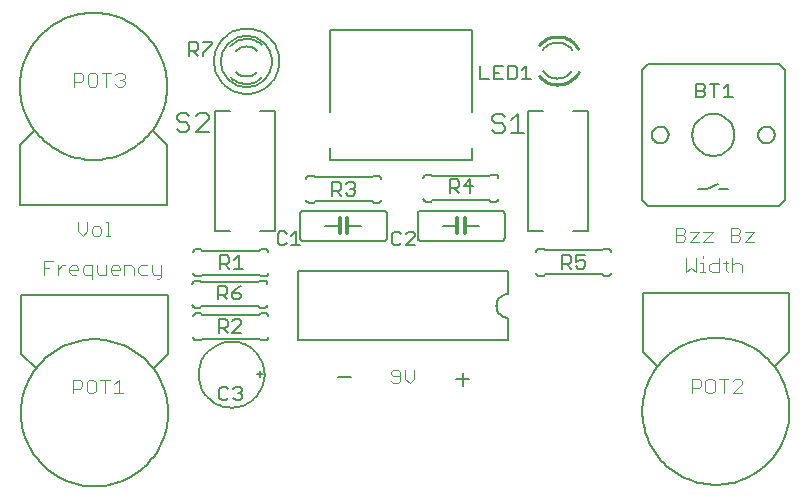
<source format=gto>
G75*
G70*
%OFA0B0*%
%FSLAX24Y24*%
%IPPOS*%
%LPD*%
%AMOC8*
5,1,8,0,0,1.08239X$1,22.5*
%
%ADD10C,0.0060*%
%ADD11C,0.0040*%
%ADD12C,0.0050*%
%ADD13C,0.0120*%
%ADD14C,0.0100*%
%ADD15C,0.0080*%
D10*
X008440Y004521D02*
X008442Y004587D01*
X008448Y004652D01*
X008458Y004717D01*
X008471Y004782D01*
X008489Y004845D01*
X008510Y004908D01*
X008535Y004968D01*
X008564Y005028D01*
X008596Y005085D01*
X008631Y005141D01*
X008670Y005194D01*
X008712Y005245D01*
X008756Y005293D01*
X008804Y005338D01*
X008854Y005381D01*
X008907Y005420D01*
X008962Y005457D01*
X009019Y005490D01*
X009078Y005519D01*
X009138Y005545D01*
X009200Y005567D01*
X009263Y005586D01*
X009327Y005600D01*
X009392Y005611D01*
X009458Y005618D01*
X009524Y005621D01*
X009589Y005620D01*
X009655Y005615D01*
X009720Y005606D01*
X009785Y005593D01*
X009848Y005577D01*
X009911Y005557D01*
X009972Y005532D01*
X010032Y005505D01*
X010090Y005474D01*
X010146Y005439D01*
X010200Y005401D01*
X010251Y005360D01*
X010300Y005316D01*
X010346Y005269D01*
X010390Y005220D01*
X010430Y005168D01*
X010467Y005113D01*
X010501Y005057D01*
X010531Y004998D01*
X010558Y004938D01*
X010581Y004877D01*
X010600Y004814D01*
X010616Y004750D01*
X010628Y004685D01*
X010636Y004620D01*
X010640Y004554D01*
X010640Y004488D01*
X010636Y004422D01*
X010628Y004357D01*
X010616Y004292D01*
X010600Y004228D01*
X010581Y004165D01*
X010558Y004104D01*
X010531Y004044D01*
X010501Y003985D01*
X010467Y003929D01*
X010430Y003874D01*
X010390Y003822D01*
X010346Y003773D01*
X010300Y003726D01*
X010251Y003682D01*
X010200Y003641D01*
X010146Y003603D01*
X010090Y003568D01*
X010032Y003537D01*
X009972Y003510D01*
X009911Y003485D01*
X009848Y003465D01*
X009785Y003449D01*
X009720Y003436D01*
X009655Y003427D01*
X009589Y003422D01*
X009524Y003421D01*
X009458Y003424D01*
X009392Y003431D01*
X009327Y003442D01*
X009263Y003456D01*
X009200Y003475D01*
X009138Y003497D01*
X009078Y003523D01*
X009019Y003552D01*
X008962Y003585D01*
X008907Y003622D01*
X008854Y003661D01*
X008804Y003704D01*
X008756Y003749D01*
X008712Y003797D01*
X008670Y003848D01*
X008631Y003901D01*
X008596Y003957D01*
X008564Y004014D01*
X008535Y004074D01*
X008510Y004134D01*
X008489Y004197D01*
X008471Y004260D01*
X008458Y004325D01*
X008448Y004390D01*
X008442Y004455D01*
X008440Y004521D01*
X008367Y005665D02*
X008517Y005665D01*
X008567Y005715D01*
X010467Y005715D01*
X010517Y005665D01*
X010667Y005665D01*
X010684Y005667D01*
X010701Y005671D01*
X010717Y005678D01*
X010731Y005688D01*
X010744Y005701D01*
X010754Y005715D01*
X010761Y005731D01*
X010765Y005748D01*
X010767Y005765D01*
X011769Y005658D02*
X011769Y007958D01*
X018769Y007958D01*
X018769Y007208D01*
X018730Y007206D01*
X018691Y007200D01*
X018653Y007191D01*
X018616Y007178D01*
X018580Y007161D01*
X018547Y007141D01*
X018515Y007117D01*
X018486Y007091D01*
X018460Y007062D01*
X018436Y007030D01*
X018416Y006997D01*
X018399Y006961D01*
X018386Y006924D01*
X018377Y006886D01*
X018371Y006847D01*
X018369Y006808D01*
X018371Y006769D01*
X018377Y006730D01*
X018386Y006692D01*
X018399Y006655D01*
X018416Y006619D01*
X018436Y006586D01*
X018460Y006554D01*
X018486Y006525D01*
X018515Y006499D01*
X018547Y006475D01*
X018580Y006455D01*
X018616Y006438D01*
X018653Y006425D01*
X018691Y006416D01*
X018730Y006410D01*
X018769Y006408D01*
X018769Y005658D01*
X011769Y005658D01*
X010767Y006465D02*
X010765Y006482D01*
X010761Y006499D01*
X010754Y006515D01*
X010744Y006529D01*
X010731Y006542D01*
X010717Y006552D01*
X010701Y006559D01*
X010684Y006563D01*
X010667Y006565D01*
X010517Y006565D01*
X010467Y006515D01*
X008567Y006515D01*
X008517Y006565D01*
X008367Y006565D01*
X008350Y006563D01*
X008333Y006559D01*
X008317Y006552D01*
X008303Y006542D01*
X008290Y006529D01*
X008280Y006515D01*
X008273Y006499D01*
X008269Y006482D01*
X008267Y006465D01*
X008335Y006752D02*
X008485Y006752D01*
X008535Y006802D01*
X010435Y006802D01*
X010485Y006752D01*
X010635Y006752D01*
X010652Y006754D01*
X010669Y006758D01*
X010685Y006765D01*
X010699Y006775D01*
X010712Y006788D01*
X010722Y006802D01*
X010729Y006818D01*
X010733Y006835D01*
X010735Y006852D01*
X010735Y007552D02*
X010733Y007569D01*
X010729Y007586D01*
X010722Y007602D01*
X010712Y007616D01*
X010699Y007629D01*
X010685Y007639D01*
X010669Y007646D01*
X010652Y007650D01*
X010635Y007652D01*
X010485Y007652D01*
X010435Y007602D01*
X008535Y007602D01*
X008485Y007652D01*
X008335Y007652D01*
X008318Y007650D01*
X008301Y007646D01*
X008285Y007639D01*
X008271Y007629D01*
X008258Y007616D01*
X008248Y007602D01*
X008241Y007586D01*
X008237Y007569D01*
X008235Y007552D01*
X008359Y007807D02*
X008509Y007807D01*
X008559Y007857D01*
X010459Y007857D01*
X010509Y007807D01*
X010659Y007807D01*
X010676Y007809D01*
X010693Y007813D01*
X010709Y007820D01*
X010723Y007830D01*
X010736Y007843D01*
X010746Y007857D01*
X010753Y007873D01*
X010757Y007890D01*
X010759Y007907D01*
X010759Y008607D02*
X010757Y008624D01*
X010753Y008641D01*
X010746Y008657D01*
X010736Y008671D01*
X010723Y008684D01*
X010709Y008694D01*
X010693Y008701D01*
X010676Y008705D01*
X010659Y008707D01*
X010509Y008707D01*
X010459Y008657D01*
X008559Y008657D01*
X008509Y008707D01*
X008359Y008707D01*
X008342Y008705D01*
X008325Y008701D01*
X008309Y008694D01*
X008295Y008684D01*
X008282Y008671D01*
X008272Y008657D01*
X008265Y008641D01*
X008261Y008624D01*
X008259Y008607D01*
X008259Y007907D02*
X008261Y007890D01*
X008265Y007873D01*
X008272Y007857D01*
X008282Y007843D01*
X008295Y007830D01*
X008309Y007820D01*
X008325Y007813D01*
X008342Y007809D01*
X008359Y007807D01*
X008235Y006852D02*
X008237Y006835D01*
X008241Y006818D01*
X008248Y006802D01*
X008258Y006788D01*
X008271Y006775D01*
X008285Y006765D01*
X008301Y006758D01*
X008318Y006754D01*
X008335Y006752D01*
X008267Y005765D02*
X008269Y005748D01*
X008273Y005731D01*
X008280Y005715D01*
X008290Y005701D01*
X008303Y005688D01*
X008317Y005678D01*
X008333Y005671D01*
X008350Y005667D01*
X008367Y005665D01*
X010390Y004527D02*
X010590Y004528D01*
X010489Y004627D02*
X010491Y004427D01*
X013098Y004442D02*
X013525Y004442D01*
X017035Y004363D02*
X017462Y004363D01*
X017248Y004150D02*
X017248Y004577D01*
X019792Y007815D02*
X019942Y007815D01*
X019992Y007865D01*
X021892Y007865D01*
X021942Y007815D01*
X022092Y007815D01*
X022109Y007817D01*
X022126Y007821D01*
X022142Y007828D01*
X022156Y007838D01*
X022169Y007851D01*
X022179Y007865D01*
X022186Y007881D01*
X022190Y007898D01*
X022192Y007915D01*
X022192Y008615D02*
X022190Y008632D01*
X022186Y008649D01*
X022179Y008665D01*
X022169Y008679D01*
X022156Y008692D01*
X022142Y008702D01*
X022126Y008709D01*
X022109Y008713D01*
X022092Y008715D01*
X021942Y008715D01*
X021892Y008665D01*
X019992Y008665D01*
X019942Y008715D01*
X019792Y008715D01*
X019775Y008713D01*
X019758Y008709D01*
X019742Y008702D01*
X019728Y008692D01*
X019715Y008679D01*
X019705Y008665D01*
X019698Y008649D01*
X019694Y008632D01*
X019692Y008615D01*
X019692Y007915D02*
X019694Y007898D01*
X019698Y007881D01*
X019705Y007865D01*
X019715Y007851D01*
X019728Y007838D01*
X019742Y007828D01*
X019758Y007821D01*
X019775Y007817D01*
X019792Y007815D01*
X018540Y008981D02*
X015840Y008981D01*
X015823Y008983D01*
X015806Y008987D01*
X015790Y008994D01*
X015776Y009004D01*
X015763Y009017D01*
X015753Y009031D01*
X015746Y009047D01*
X015742Y009064D01*
X015740Y009081D01*
X015740Y009881D01*
X015742Y009898D01*
X015746Y009915D01*
X015753Y009931D01*
X015763Y009945D01*
X015776Y009958D01*
X015790Y009968D01*
X015806Y009975D01*
X015823Y009979D01*
X015840Y009981D01*
X018540Y009981D01*
X018557Y009979D01*
X018574Y009975D01*
X018590Y009968D01*
X018604Y009958D01*
X018617Y009945D01*
X018627Y009931D01*
X018634Y009915D01*
X018638Y009898D01*
X018640Y009881D01*
X018640Y009081D01*
X018638Y009064D01*
X018634Y009047D01*
X018627Y009031D01*
X018617Y009017D01*
X018604Y009004D01*
X018590Y008994D01*
X018574Y008987D01*
X018557Y008983D01*
X018540Y008981D01*
X017790Y009481D02*
X017310Y009481D01*
X017060Y009481D02*
X016590Y009481D01*
X016186Y010287D02*
X016036Y010287D01*
X016019Y010289D01*
X016002Y010293D01*
X015986Y010300D01*
X015972Y010310D01*
X015959Y010323D01*
X015949Y010337D01*
X015942Y010353D01*
X015938Y010370D01*
X015936Y010387D01*
X016186Y010287D02*
X016236Y010337D01*
X018136Y010337D01*
X018186Y010287D01*
X018336Y010287D01*
X018353Y010289D01*
X018370Y010293D01*
X018386Y010300D01*
X018400Y010310D01*
X018413Y010323D01*
X018423Y010337D01*
X018430Y010353D01*
X018434Y010370D01*
X018436Y010387D01*
X018436Y011087D02*
X018434Y011104D01*
X018430Y011121D01*
X018423Y011137D01*
X018413Y011151D01*
X018400Y011164D01*
X018386Y011174D01*
X018370Y011181D01*
X018353Y011185D01*
X018336Y011187D01*
X018186Y011187D01*
X018136Y011137D01*
X016236Y011137D01*
X016186Y011187D01*
X016036Y011187D01*
X016019Y011185D01*
X016002Y011181D01*
X015986Y011174D01*
X015972Y011164D01*
X015959Y011151D01*
X015949Y011137D01*
X015942Y011121D01*
X015938Y011104D01*
X015936Y011087D01*
X014522Y011052D02*
X014520Y011069D01*
X014516Y011086D01*
X014509Y011102D01*
X014499Y011116D01*
X014486Y011129D01*
X014472Y011139D01*
X014456Y011146D01*
X014439Y011150D01*
X014422Y011152D01*
X014272Y011152D01*
X014222Y011102D01*
X012322Y011102D01*
X012272Y011152D01*
X012122Y011152D01*
X012105Y011150D01*
X012088Y011146D01*
X012072Y011139D01*
X012058Y011129D01*
X012045Y011116D01*
X012035Y011102D01*
X012028Y011086D01*
X012024Y011069D01*
X012022Y011052D01*
X012022Y010352D02*
X012024Y010335D01*
X012028Y010318D01*
X012035Y010302D01*
X012045Y010288D01*
X012058Y010275D01*
X012072Y010265D01*
X012088Y010258D01*
X012105Y010254D01*
X012122Y010252D01*
X012272Y010252D01*
X012322Y010302D01*
X014222Y010302D01*
X014272Y010252D01*
X014422Y010252D01*
X014439Y010254D01*
X014456Y010258D01*
X014472Y010265D01*
X014486Y010275D01*
X014499Y010288D01*
X014509Y010302D01*
X014516Y010318D01*
X014520Y010335D01*
X014522Y010352D01*
X014619Y009981D02*
X011919Y009981D01*
X011902Y009979D01*
X011885Y009975D01*
X011869Y009968D01*
X011855Y009958D01*
X011842Y009945D01*
X011832Y009931D01*
X011825Y009915D01*
X011821Y009898D01*
X011819Y009881D01*
X011819Y009081D01*
X011821Y009064D01*
X011825Y009047D01*
X011832Y009031D01*
X011842Y009017D01*
X011855Y009004D01*
X011869Y008994D01*
X011885Y008987D01*
X011902Y008983D01*
X011919Y008981D01*
X014619Y008981D01*
X014636Y008983D01*
X014653Y008987D01*
X014669Y008994D01*
X014683Y009004D01*
X014696Y009017D01*
X014706Y009031D01*
X014713Y009047D01*
X014717Y009064D01*
X014719Y009081D01*
X014719Y009881D01*
X014717Y009898D01*
X014713Y009915D01*
X014706Y009931D01*
X014696Y009945D01*
X014683Y009958D01*
X014669Y009968D01*
X014653Y009975D01*
X014636Y009979D01*
X014619Y009981D01*
X013869Y009481D02*
X013399Y009481D01*
X013149Y009481D02*
X012669Y009481D01*
X008778Y012605D02*
X008351Y012605D01*
X008778Y013032D01*
X008778Y013139D01*
X008671Y013245D01*
X008458Y013245D01*
X008351Y013139D01*
X008133Y013139D02*
X008026Y013245D01*
X007813Y013245D01*
X007706Y013139D01*
X007706Y013032D01*
X007813Y012925D01*
X008026Y012925D01*
X008133Y012818D01*
X008133Y012711D01*
X008026Y012605D01*
X007813Y012605D01*
X007706Y012711D01*
X009502Y015485D02*
X009541Y015521D01*
X009582Y015555D01*
X009626Y015586D01*
X009672Y015614D01*
X009720Y015638D01*
X009769Y015659D01*
X009820Y015676D01*
X009871Y015690D01*
X009924Y015700D01*
X009977Y015706D01*
X010031Y015708D01*
X010084Y015706D01*
X010138Y015701D01*
X010190Y015692D01*
X010242Y015679D01*
X010293Y015663D01*
X010343Y015642D01*
X010391Y015619D01*
X010437Y015592D01*
X010481Y015562D01*
X010523Y015528D01*
X010563Y015492D01*
X008953Y014965D02*
X008955Y015031D01*
X008961Y015096D01*
X008971Y015161D01*
X008985Y015226D01*
X009002Y015289D01*
X009024Y015352D01*
X009049Y015412D01*
X009078Y015472D01*
X009110Y015529D01*
X009146Y015584D01*
X009185Y015637D01*
X009227Y015688D01*
X009272Y015736D01*
X009320Y015781D01*
X009371Y015823D01*
X009424Y015862D01*
X009479Y015898D01*
X009536Y015930D01*
X009596Y015959D01*
X009656Y015984D01*
X009719Y016006D01*
X009782Y016023D01*
X009847Y016037D01*
X009912Y016047D01*
X009977Y016053D01*
X010043Y016055D01*
X010109Y016053D01*
X010174Y016047D01*
X010239Y016037D01*
X010304Y016023D01*
X010367Y016006D01*
X010430Y015984D01*
X010490Y015959D01*
X010550Y015930D01*
X010607Y015898D01*
X010662Y015862D01*
X010715Y015823D01*
X010766Y015781D01*
X010814Y015736D01*
X010859Y015688D01*
X010901Y015637D01*
X010940Y015584D01*
X010976Y015529D01*
X011008Y015472D01*
X011037Y015412D01*
X011062Y015352D01*
X011084Y015289D01*
X011101Y015226D01*
X011115Y015161D01*
X011125Y015096D01*
X011131Y015031D01*
X011133Y014965D01*
X011131Y014899D01*
X011125Y014834D01*
X011115Y014769D01*
X011101Y014704D01*
X011084Y014641D01*
X011062Y014578D01*
X011037Y014518D01*
X011008Y014458D01*
X010976Y014401D01*
X010940Y014346D01*
X010901Y014293D01*
X010859Y014242D01*
X010814Y014194D01*
X010766Y014149D01*
X010715Y014107D01*
X010662Y014068D01*
X010607Y014032D01*
X010550Y014000D01*
X010490Y013971D01*
X010430Y013946D01*
X010367Y013924D01*
X010304Y013907D01*
X010239Y013893D01*
X010174Y013883D01*
X010109Y013877D01*
X010043Y013875D01*
X009977Y013877D01*
X009912Y013883D01*
X009847Y013893D01*
X009782Y013907D01*
X009719Y013924D01*
X009656Y013946D01*
X009596Y013971D01*
X009536Y014000D01*
X009479Y014032D01*
X009424Y014068D01*
X009371Y014107D01*
X009320Y014149D01*
X009272Y014194D01*
X009227Y014242D01*
X009185Y014293D01*
X009146Y014346D01*
X009110Y014401D01*
X009078Y014458D01*
X009049Y014518D01*
X009024Y014578D01*
X009002Y014641D01*
X008985Y014704D01*
X008971Y014769D01*
X008961Y014834D01*
X008955Y014899D01*
X008953Y014965D01*
X009680Y015309D02*
X009712Y015339D01*
X009746Y015366D01*
X009783Y015389D01*
X009822Y015410D01*
X009862Y015427D01*
X009903Y015440D01*
X009946Y015450D01*
X009989Y015456D01*
X010033Y015458D01*
X010076Y015456D01*
X010119Y015451D01*
X010162Y015442D01*
X010204Y015429D01*
X010244Y015413D01*
X010283Y015393D01*
X010320Y015370D01*
X010355Y015343D01*
X010387Y015314D01*
X009186Y014958D02*
X009188Y015016D01*
X009194Y015074D01*
X009204Y015131D01*
X009218Y015187D01*
X009235Y015243D01*
X009256Y015297D01*
X009281Y015349D01*
X009310Y015400D01*
X009342Y015448D01*
X009377Y015494D01*
X009415Y015538D01*
X009456Y015579D01*
X009500Y015617D01*
X009546Y015652D01*
X009594Y015684D01*
X009645Y015713D01*
X009697Y015738D01*
X009751Y015759D01*
X009807Y015776D01*
X009863Y015790D01*
X009920Y015800D01*
X009978Y015806D01*
X010036Y015808D01*
X010094Y015806D01*
X010152Y015800D01*
X010209Y015790D01*
X010265Y015776D01*
X010321Y015759D01*
X010375Y015738D01*
X010427Y015713D01*
X010478Y015684D01*
X010526Y015652D01*
X010572Y015617D01*
X010616Y015579D01*
X010657Y015538D01*
X010695Y015494D01*
X010730Y015448D01*
X010762Y015400D01*
X010791Y015349D01*
X010816Y015297D01*
X010837Y015243D01*
X010854Y015187D01*
X010868Y015131D01*
X010878Y015074D01*
X010884Y015016D01*
X010886Y014958D01*
X010884Y014900D01*
X010878Y014842D01*
X010868Y014785D01*
X010854Y014729D01*
X010837Y014673D01*
X010816Y014619D01*
X010791Y014567D01*
X010762Y014516D01*
X010730Y014468D01*
X010695Y014422D01*
X010657Y014378D01*
X010616Y014337D01*
X010572Y014299D01*
X010526Y014264D01*
X010478Y014232D01*
X010427Y014203D01*
X010375Y014178D01*
X010321Y014157D01*
X010265Y014140D01*
X010209Y014126D01*
X010152Y014116D01*
X010094Y014110D01*
X010036Y014108D01*
X009978Y014110D01*
X009920Y014116D01*
X009863Y014126D01*
X009807Y014140D01*
X009751Y014157D01*
X009697Y014178D01*
X009645Y014203D01*
X009594Y014232D01*
X009546Y014264D01*
X009500Y014299D01*
X009456Y014337D01*
X009415Y014378D01*
X009377Y014422D01*
X009342Y014468D01*
X009310Y014516D01*
X009281Y014567D01*
X009256Y014619D01*
X009235Y014673D01*
X009218Y014729D01*
X009204Y014785D01*
X009194Y014842D01*
X009188Y014900D01*
X009186Y014958D01*
X009685Y014602D02*
X009717Y014573D01*
X009752Y014546D01*
X009789Y014523D01*
X009828Y014503D01*
X009868Y014487D01*
X009910Y014474D01*
X009953Y014465D01*
X009996Y014460D01*
X010039Y014458D01*
X010083Y014460D01*
X010126Y014466D01*
X010169Y014476D01*
X010210Y014489D01*
X010250Y014506D01*
X010289Y014527D01*
X010326Y014550D01*
X010360Y014577D01*
X010392Y014607D01*
X010570Y014431D02*
X010531Y014395D01*
X010490Y014361D01*
X010446Y014330D01*
X010400Y014302D01*
X010352Y014278D01*
X010303Y014257D01*
X010252Y014240D01*
X010201Y014226D01*
X010148Y014216D01*
X010095Y014210D01*
X010041Y014208D01*
X009988Y014210D01*
X009934Y014215D01*
X009882Y014224D01*
X009830Y014237D01*
X009779Y014253D01*
X009729Y014274D01*
X009681Y014297D01*
X009635Y014324D01*
X009591Y014354D01*
X009549Y014388D01*
X009509Y014424D01*
X018224Y013110D02*
X018224Y013003D01*
X018330Y012897D01*
X018544Y012897D01*
X018651Y012790D01*
X018651Y012683D01*
X018544Y012576D01*
X018330Y012576D01*
X018224Y012683D01*
X018224Y013110D02*
X018330Y013217D01*
X018544Y013217D01*
X018651Y013110D01*
X018868Y013003D02*
X019082Y013217D01*
X019082Y012576D01*
X019295Y012576D02*
X018868Y012576D01*
X020398Y015589D02*
X020443Y015587D01*
X020489Y015582D01*
X020533Y015574D01*
X020577Y015562D01*
X020620Y015546D01*
X020662Y015528D01*
X020702Y015506D01*
X020740Y015482D01*
X020776Y015455D01*
X020811Y015425D01*
X020842Y015392D01*
X020872Y015357D01*
X020398Y015589D02*
X020353Y015587D01*
X020307Y015582D01*
X020263Y015574D01*
X020219Y015562D01*
X020176Y015546D01*
X020134Y015528D01*
X020094Y015506D01*
X020056Y015482D01*
X020020Y015455D01*
X019985Y015425D01*
X019954Y015392D01*
X019924Y015357D01*
X020398Y014389D02*
X020444Y014391D01*
X020490Y014396D01*
X020536Y014405D01*
X020581Y014417D01*
X020624Y014433D01*
X020666Y014452D01*
X020707Y014475D01*
X020746Y014500D01*
X020782Y014528D01*
X020817Y014559D01*
X020849Y014593D01*
X020878Y014629D01*
X020398Y014389D02*
X020351Y014391D01*
X020303Y014397D01*
X020257Y014406D01*
X020211Y014419D01*
X020167Y014435D01*
X020123Y014455D01*
X020082Y014479D01*
X020043Y014505D01*
X020006Y014535D01*
X019971Y014568D01*
X019939Y014603D01*
X019910Y014640D01*
D11*
X024348Y009415D02*
X024578Y009415D01*
X024654Y009338D01*
X024654Y009261D01*
X024578Y009184D01*
X024348Y009184D01*
X024578Y009184D02*
X024654Y009108D01*
X024654Y009031D01*
X024578Y008954D01*
X024348Y008954D01*
X024348Y009415D01*
X024808Y009261D02*
X025115Y009261D01*
X024808Y008954D01*
X025115Y008954D01*
X025268Y008954D02*
X025575Y008954D01*
X025575Y009261D02*
X025268Y008954D01*
X025268Y009261D02*
X025575Y009261D01*
X026189Y009184D02*
X026419Y009184D01*
X026496Y009108D01*
X026496Y009031D01*
X026419Y008954D01*
X026189Y008954D01*
X026189Y009415D01*
X026419Y009415D01*
X026496Y009338D01*
X026496Y009261D01*
X026419Y009184D01*
X026649Y009261D02*
X026956Y009261D01*
X026649Y008954D01*
X026956Y008954D01*
X026236Y008391D02*
X026236Y007931D01*
X026083Y007931D02*
X026006Y008007D01*
X026006Y008314D01*
X025929Y008237D02*
X026083Y008237D01*
X026236Y008161D02*
X026313Y008237D01*
X026467Y008237D01*
X026543Y008161D01*
X026543Y007931D01*
X025776Y007931D02*
X025546Y007931D01*
X025469Y008007D01*
X025469Y008161D01*
X025546Y008237D01*
X025776Y008237D01*
X025776Y008391D02*
X025776Y007931D01*
X025316Y007931D02*
X025162Y007931D01*
X025239Y007931D02*
X025239Y008237D01*
X025162Y008237D01*
X025239Y008391D02*
X025239Y008468D01*
X025009Y008391D02*
X025009Y007931D01*
X024855Y008084D01*
X024702Y007931D01*
X024702Y008391D01*
X024875Y004371D02*
X025105Y004371D01*
X025182Y004294D01*
X025182Y004141D01*
X025105Y004064D01*
X024875Y004064D01*
X024875Y003911D02*
X024875Y004371D01*
X025335Y004294D02*
X025335Y003988D01*
X025412Y003911D01*
X025566Y003911D01*
X025642Y003988D01*
X025642Y004294D01*
X025566Y004371D01*
X025412Y004371D01*
X025335Y004294D01*
X025796Y004371D02*
X026103Y004371D01*
X025949Y004371D02*
X025949Y003911D01*
X026256Y003911D02*
X026563Y004218D01*
X026563Y004294D01*
X026486Y004371D01*
X026333Y004371D01*
X026256Y004294D01*
X026256Y003911D02*
X026563Y003911D01*
X015627Y004383D02*
X015473Y004230D01*
X015320Y004383D01*
X015320Y004690D01*
X015166Y004613D02*
X015090Y004690D01*
X014936Y004690D01*
X014859Y004613D01*
X014859Y004537D01*
X014936Y004460D01*
X015166Y004460D01*
X015166Y004613D02*
X015166Y004306D01*
X015090Y004230D01*
X014936Y004230D01*
X014859Y004306D01*
X015627Y004383D02*
X015627Y004690D01*
X007198Y007775D02*
X007121Y007698D01*
X007044Y007698D01*
X007198Y007775D02*
X007198Y008159D01*
X006891Y008159D02*
X006891Y007929D01*
X006967Y007852D01*
X007198Y007852D01*
X006737Y007852D02*
X006507Y007852D01*
X006430Y007929D01*
X006430Y008082D01*
X006507Y008159D01*
X006737Y008159D01*
X006277Y008082D02*
X006277Y007852D01*
X006277Y008082D02*
X006200Y008159D01*
X005970Y008159D01*
X005970Y007852D01*
X005816Y008005D02*
X005510Y008005D01*
X005510Y007929D02*
X005510Y008082D01*
X005586Y008159D01*
X005740Y008159D01*
X005816Y008082D01*
X005816Y008005D01*
X005740Y007852D02*
X005586Y007852D01*
X005510Y007929D01*
X005356Y007852D02*
X005356Y008159D01*
X005049Y008159D02*
X005049Y007929D01*
X005126Y007852D01*
X005356Y007852D01*
X004896Y007852D02*
X004666Y007852D01*
X004589Y007929D01*
X004589Y008082D01*
X004666Y008159D01*
X004896Y008159D01*
X004896Y007698D01*
X004359Y007852D02*
X004205Y007852D01*
X004129Y007929D01*
X004129Y008082D01*
X004205Y008159D01*
X004359Y008159D01*
X004435Y008082D01*
X004435Y008005D01*
X004129Y008005D01*
X003975Y008159D02*
X003898Y008159D01*
X003745Y008005D01*
X003745Y007852D02*
X003745Y008159D01*
X003591Y008312D02*
X003285Y008312D01*
X003285Y007852D01*
X003285Y008082D02*
X003438Y008082D01*
X004580Y009151D02*
X004733Y009304D01*
X004733Y009611D01*
X004887Y009381D02*
X004887Y009228D01*
X004963Y009151D01*
X005117Y009151D01*
X005194Y009228D01*
X005194Y009381D01*
X005117Y009458D01*
X004963Y009458D01*
X004887Y009381D01*
X004580Y009151D02*
X004426Y009304D01*
X004426Y009611D01*
X005347Y009611D02*
X005424Y009611D01*
X005424Y009151D01*
X005500Y009151D02*
X005347Y009151D01*
X005319Y004355D02*
X005319Y003895D01*
X005626Y003895D02*
X005933Y003895D01*
X005780Y003895D02*
X005780Y004355D01*
X005626Y004202D01*
X005473Y004355D02*
X005166Y004355D01*
X005012Y004279D02*
X004936Y004355D01*
X004782Y004355D01*
X004706Y004279D01*
X004706Y003972D01*
X004782Y003895D01*
X004936Y003895D01*
X005012Y003972D01*
X005012Y004279D01*
X004552Y004279D02*
X004552Y004125D01*
X004475Y004049D01*
X004245Y004049D01*
X004245Y003895D02*
X004245Y004355D01*
X004475Y004355D01*
X004552Y004279D01*
X004289Y014116D02*
X004289Y014576D01*
X004519Y014576D01*
X004595Y014499D01*
X004595Y014346D01*
X004519Y014269D01*
X004289Y014269D01*
X004749Y014192D02*
X004826Y014116D01*
X004979Y014116D01*
X005056Y014192D01*
X005056Y014499D01*
X004979Y014576D01*
X004826Y014576D01*
X004749Y014499D01*
X004749Y014192D01*
X005363Y014116D02*
X005363Y014576D01*
X005516Y014576D02*
X005209Y014576D01*
X005670Y014499D02*
X005746Y014576D01*
X005900Y014576D01*
X005976Y014499D01*
X005976Y014422D01*
X005900Y014346D01*
X005976Y014269D01*
X005976Y014192D01*
X005900Y014116D01*
X005746Y014116D01*
X005670Y014192D01*
X005823Y014346D02*
X005900Y014346D01*
D12*
X002523Y003245D02*
X002526Y003365D01*
X002535Y003485D01*
X002550Y003604D01*
X002570Y003723D01*
X002596Y003840D01*
X002628Y003956D01*
X002666Y004070D01*
X002709Y004183D01*
X002758Y004293D01*
X002812Y004400D01*
X002872Y004505D01*
X002936Y004606D01*
X003005Y004704D01*
X003079Y004799D01*
X003158Y004890D01*
X003241Y004977D01*
X003328Y005060D01*
X003419Y005139D01*
X003514Y005213D01*
X003612Y005282D01*
X003713Y005346D01*
X003818Y005406D01*
X003925Y005460D01*
X004035Y005509D01*
X004148Y005552D01*
X004262Y005590D01*
X004378Y005622D01*
X004495Y005648D01*
X004614Y005668D01*
X004733Y005683D01*
X004853Y005692D01*
X004973Y005695D01*
X005093Y005692D01*
X005213Y005683D01*
X005332Y005668D01*
X005451Y005648D01*
X005568Y005622D01*
X005684Y005590D01*
X005798Y005552D01*
X005911Y005509D01*
X006021Y005460D01*
X006128Y005406D01*
X006233Y005346D01*
X006334Y005282D01*
X006432Y005213D01*
X006527Y005139D01*
X006618Y005060D01*
X006705Y004977D01*
X006788Y004890D01*
X006867Y004799D01*
X006941Y004704D01*
X007010Y004606D01*
X007074Y004505D01*
X007134Y004400D01*
X007188Y004293D01*
X007237Y004183D01*
X007280Y004070D01*
X007318Y003956D01*
X007350Y003840D01*
X007376Y003723D01*
X007396Y003604D01*
X007411Y003485D01*
X007420Y003365D01*
X007423Y003245D01*
X007420Y003125D01*
X007411Y003005D01*
X007396Y002886D01*
X007376Y002767D01*
X007350Y002650D01*
X007318Y002534D01*
X007280Y002420D01*
X007237Y002307D01*
X007188Y002197D01*
X007134Y002090D01*
X007074Y001985D01*
X007010Y001884D01*
X006941Y001786D01*
X006867Y001691D01*
X006788Y001600D01*
X006705Y001513D01*
X006618Y001430D01*
X006527Y001351D01*
X006432Y001277D01*
X006334Y001208D01*
X006233Y001144D01*
X006128Y001084D01*
X006021Y001030D01*
X005911Y000981D01*
X005798Y000938D01*
X005684Y000900D01*
X005568Y000868D01*
X005451Y000842D01*
X005332Y000822D01*
X005213Y000807D01*
X005093Y000798D01*
X004973Y000795D01*
X004853Y000798D01*
X004733Y000807D01*
X004614Y000822D01*
X004495Y000842D01*
X004378Y000868D01*
X004262Y000900D01*
X004148Y000938D01*
X004035Y000981D01*
X003925Y001030D01*
X003818Y001084D01*
X003713Y001144D01*
X003612Y001208D01*
X003514Y001277D01*
X003419Y001351D01*
X003328Y001430D01*
X003241Y001513D01*
X003158Y001600D01*
X003079Y001691D01*
X003005Y001786D01*
X002936Y001884D01*
X002872Y001985D01*
X002812Y002090D01*
X002758Y002197D01*
X002709Y002307D01*
X002666Y002420D01*
X002628Y002534D01*
X002596Y002650D01*
X002570Y002767D01*
X002550Y002886D01*
X002535Y003005D01*
X002526Y003125D01*
X002523Y003245D01*
X003005Y004741D02*
X002532Y005214D01*
X002532Y007182D01*
X007414Y007182D01*
X007414Y005214D01*
X006942Y004741D01*
X009135Y004044D02*
X009137Y003743D01*
X009212Y003669D01*
X009362Y003670D01*
X009437Y003746D01*
X009597Y003747D02*
X009673Y003672D01*
X009823Y003673D01*
X009897Y003749D01*
X009897Y003824D01*
X009821Y003898D01*
X009746Y003898D01*
X009821Y003898D02*
X009896Y003974D01*
X009895Y004049D01*
X009820Y004123D01*
X009670Y004122D01*
X009595Y004047D01*
X009435Y004046D02*
X009359Y004120D01*
X009209Y004119D01*
X009135Y004044D01*
X009109Y005917D02*
X009109Y006367D01*
X009334Y006367D01*
X009409Y006292D01*
X009409Y006142D01*
X009334Y006067D01*
X009109Y006067D01*
X009259Y006067D02*
X009409Y005917D01*
X009569Y005917D02*
X009870Y006217D01*
X009870Y006292D01*
X009794Y006367D01*
X009644Y006367D01*
X009569Y006292D01*
X009569Y005917D02*
X009870Y005917D01*
X009786Y007029D02*
X009861Y007104D01*
X009861Y007179D01*
X009786Y007254D01*
X009561Y007254D01*
X009561Y007104D01*
X009636Y007029D01*
X009786Y007029D01*
X009561Y007254D02*
X009711Y007404D01*
X009861Y007479D01*
X009401Y007404D02*
X009401Y007254D01*
X009326Y007179D01*
X009101Y007179D01*
X009251Y007179D02*
X009401Y007029D01*
X009101Y007029D02*
X009101Y007479D01*
X009326Y007479D01*
X009401Y007404D01*
X009464Y008045D02*
X009314Y008195D01*
X009389Y008195D02*
X009164Y008195D01*
X009164Y008045D02*
X009164Y008495D01*
X009389Y008495D01*
X009464Y008420D01*
X009464Y008270D01*
X009389Y008195D01*
X009624Y008345D02*
X009774Y008495D01*
X009774Y008045D01*
X009624Y008045D02*
X009924Y008045D01*
X011076Y008922D02*
X011151Y008847D01*
X011301Y008847D01*
X011376Y008922D01*
X011537Y008847D02*
X011837Y008847D01*
X011687Y008847D02*
X011687Y009297D01*
X011537Y009147D01*
X011376Y009222D02*
X011301Y009297D01*
X011151Y009297D01*
X011076Y009222D01*
X011076Y008922D01*
X012888Y010489D02*
X012888Y010940D01*
X013113Y010940D01*
X013188Y010865D01*
X013188Y010715D01*
X013113Y010640D01*
X012888Y010640D01*
X013038Y010640D02*
X013188Y010489D01*
X013348Y010565D02*
X013423Y010489D01*
X013574Y010489D01*
X013649Y010565D01*
X013649Y010640D01*
X013574Y010715D01*
X013498Y010715D01*
X013574Y010715D02*
X013649Y010790D01*
X013649Y010865D01*
X013574Y010940D01*
X013423Y010940D01*
X013348Y010865D01*
X014964Y009290D02*
X014889Y009215D01*
X014889Y008915D01*
X014964Y008839D01*
X015114Y008839D01*
X015190Y008915D01*
X015350Y008839D02*
X015650Y009140D01*
X015650Y009215D01*
X015575Y009290D01*
X015425Y009290D01*
X015350Y009215D01*
X015190Y009215D02*
X015114Y009290D01*
X014964Y009290D01*
X015350Y008839D02*
X015650Y008839D01*
X016818Y010578D02*
X016818Y011029D01*
X017043Y011029D01*
X017118Y010954D01*
X017118Y010804D01*
X017043Y010729D01*
X016818Y010729D01*
X016968Y010729D02*
X017118Y010578D01*
X017278Y010804D02*
X017578Y010804D01*
X017503Y011029D02*
X017278Y010804D01*
X017503Y010578D02*
X017503Y011029D01*
X020557Y008503D02*
X020782Y008503D01*
X020858Y008428D01*
X020858Y008278D01*
X020782Y008203D01*
X020557Y008203D01*
X020707Y008203D02*
X020858Y008052D01*
X021018Y008128D02*
X021093Y008052D01*
X021243Y008052D01*
X021318Y008128D01*
X021318Y008278D01*
X021243Y008353D01*
X021168Y008353D01*
X021018Y008278D01*
X021018Y008503D01*
X021318Y008503D01*
X020557Y008503D02*
X020557Y008052D01*
X023241Y007237D02*
X028123Y007237D01*
X028123Y005269D01*
X027650Y004796D01*
X023232Y003300D02*
X023235Y003420D01*
X023244Y003540D01*
X023259Y003659D01*
X023279Y003778D01*
X023305Y003895D01*
X023337Y004011D01*
X023375Y004125D01*
X023418Y004238D01*
X023467Y004348D01*
X023521Y004455D01*
X023581Y004560D01*
X023645Y004661D01*
X023714Y004759D01*
X023788Y004854D01*
X023867Y004945D01*
X023950Y005032D01*
X024037Y005115D01*
X024128Y005194D01*
X024223Y005268D01*
X024321Y005337D01*
X024422Y005401D01*
X024527Y005461D01*
X024634Y005515D01*
X024744Y005564D01*
X024857Y005607D01*
X024971Y005645D01*
X025087Y005677D01*
X025204Y005703D01*
X025323Y005723D01*
X025442Y005738D01*
X025562Y005747D01*
X025682Y005750D01*
X025802Y005747D01*
X025922Y005738D01*
X026041Y005723D01*
X026160Y005703D01*
X026277Y005677D01*
X026393Y005645D01*
X026507Y005607D01*
X026620Y005564D01*
X026730Y005515D01*
X026837Y005461D01*
X026942Y005401D01*
X027043Y005337D01*
X027141Y005268D01*
X027236Y005194D01*
X027327Y005115D01*
X027414Y005032D01*
X027497Y004945D01*
X027576Y004854D01*
X027650Y004759D01*
X027719Y004661D01*
X027783Y004560D01*
X027843Y004455D01*
X027897Y004348D01*
X027946Y004238D01*
X027989Y004125D01*
X028027Y004011D01*
X028059Y003895D01*
X028085Y003778D01*
X028105Y003659D01*
X028120Y003540D01*
X028129Y003420D01*
X028132Y003300D01*
X028129Y003180D01*
X028120Y003060D01*
X028105Y002941D01*
X028085Y002822D01*
X028059Y002705D01*
X028027Y002589D01*
X027989Y002475D01*
X027946Y002362D01*
X027897Y002252D01*
X027843Y002145D01*
X027783Y002040D01*
X027719Y001939D01*
X027650Y001841D01*
X027576Y001746D01*
X027497Y001655D01*
X027414Y001568D01*
X027327Y001485D01*
X027236Y001406D01*
X027141Y001332D01*
X027043Y001263D01*
X026942Y001199D01*
X026837Y001139D01*
X026730Y001085D01*
X026620Y001036D01*
X026507Y000993D01*
X026393Y000955D01*
X026277Y000923D01*
X026160Y000897D01*
X026041Y000877D01*
X025922Y000862D01*
X025802Y000853D01*
X025682Y000850D01*
X025562Y000853D01*
X025442Y000862D01*
X025323Y000877D01*
X025204Y000897D01*
X025087Y000923D01*
X024971Y000955D01*
X024857Y000993D01*
X024744Y001036D01*
X024634Y001085D01*
X024527Y001139D01*
X024422Y001199D01*
X024321Y001263D01*
X024223Y001332D01*
X024128Y001406D01*
X024037Y001485D01*
X023950Y001568D01*
X023867Y001655D01*
X023788Y001746D01*
X023714Y001841D01*
X023645Y001939D01*
X023581Y002040D01*
X023521Y002145D01*
X023467Y002252D01*
X023418Y002362D01*
X023375Y002475D01*
X023337Y002589D01*
X023305Y002705D01*
X023279Y002822D01*
X023259Y002941D01*
X023244Y003060D01*
X023235Y003180D01*
X023232Y003300D01*
X023713Y004796D02*
X023241Y005269D01*
X023241Y007237D01*
X023550Y012509D02*
X023552Y012542D01*
X023558Y012574D01*
X023567Y012606D01*
X023581Y012636D01*
X023597Y012664D01*
X023617Y012690D01*
X023640Y012714D01*
X023666Y012735D01*
X023694Y012752D01*
X023724Y012767D01*
X023755Y012777D01*
X023787Y012784D01*
X023820Y012787D01*
X023853Y012786D01*
X023885Y012781D01*
X023917Y012772D01*
X023948Y012760D01*
X023976Y012744D01*
X024003Y012725D01*
X024027Y012703D01*
X024049Y012678D01*
X024067Y012650D01*
X024082Y012621D01*
X024094Y012590D01*
X024102Y012558D01*
X024106Y012525D01*
X024106Y012493D01*
X024102Y012460D01*
X024094Y012428D01*
X024082Y012397D01*
X024067Y012368D01*
X024049Y012340D01*
X024027Y012315D01*
X024003Y012293D01*
X023976Y012274D01*
X023948Y012258D01*
X023917Y012246D01*
X023885Y012237D01*
X023853Y012232D01*
X023820Y012231D01*
X023787Y012234D01*
X023755Y012241D01*
X023724Y012251D01*
X023694Y012266D01*
X023666Y012283D01*
X023640Y012304D01*
X023617Y012328D01*
X023597Y012354D01*
X023581Y012382D01*
X023567Y012412D01*
X023558Y012444D01*
X023552Y012476D01*
X023550Y012509D01*
X025018Y013758D02*
X025243Y013758D01*
X025318Y013833D01*
X025318Y013909D01*
X025243Y013984D01*
X025018Y013984D01*
X025018Y014209D02*
X025018Y013758D01*
X025243Y013984D02*
X025318Y014059D01*
X025318Y014134D01*
X025243Y014209D01*
X025018Y014209D01*
X025478Y014209D02*
X025779Y014209D01*
X025628Y014209D02*
X025628Y013758D01*
X025939Y013758D02*
X026239Y013758D01*
X026089Y013758D02*
X026089Y014209D01*
X025939Y014059D01*
X027093Y012509D02*
X027095Y012542D01*
X027101Y012574D01*
X027110Y012606D01*
X027124Y012636D01*
X027140Y012664D01*
X027160Y012690D01*
X027183Y012714D01*
X027209Y012735D01*
X027237Y012752D01*
X027267Y012767D01*
X027298Y012777D01*
X027330Y012784D01*
X027363Y012787D01*
X027396Y012786D01*
X027428Y012781D01*
X027460Y012772D01*
X027491Y012760D01*
X027519Y012744D01*
X027546Y012725D01*
X027570Y012703D01*
X027592Y012678D01*
X027610Y012650D01*
X027625Y012621D01*
X027637Y012590D01*
X027645Y012558D01*
X027649Y012525D01*
X027649Y012493D01*
X027645Y012460D01*
X027637Y012428D01*
X027625Y012397D01*
X027610Y012368D01*
X027592Y012340D01*
X027570Y012315D01*
X027546Y012293D01*
X027519Y012274D01*
X027491Y012258D01*
X027460Y012246D01*
X027428Y012237D01*
X027396Y012232D01*
X027363Y012231D01*
X027330Y012234D01*
X027298Y012241D01*
X027267Y012251D01*
X027237Y012266D01*
X027209Y012283D01*
X027183Y012304D01*
X027160Y012328D01*
X027140Y012354D01*
X027124Y012382D01*
X027110Y012412D01*
X027101Y012444D01*
X027095Y012476D01*
X027093Y012509D01*
X019513Y014364D02*
X019213Y014364D01*
X019363Y014364D02*
X019363Y014815D01*
X019213Y014665D01*
X019053Y014740D02*
X018978Y014815D01*
X018753Y014815D01*
X018753Y014364D01*
X018978Y014364D01*
X019053Y014439D01*
X019053Y014740D01*
X018592Y014815D02*
X018292Y014815D01*
X018292Y014364D01*
X018592Y014364D01*
X018132Y014364D02*
X017832Y014364D01*
X017832Y014815D01*
X018292Y014589D02*
X018442Y014589D01*
X008880Y015532D02*
X008581Y015232D01*
X008581Y015157D01*
X008421Y015156D02*
X008270Y015306D01*
X008345Y015306D02*
X008120Y015306D01*
X008120Y015156D02*
X008120Y015606D01*
X008345Y015606D01*
X008420Y015532D01*
X008420Y015381D01*
X008345Y015306D01*
X008580Y015607D02*
X008880Y015607D01*
X008880Y015532D01*
X002488Y014127D02*
X002491Y014247D01*
X002500Y014367D01*
X002515Y014486D01*
X002535Y014605D01*
X002561Y014722D01*
X002593Y014838D01*
X002631Y014952D01*
X002674Y015065D01*
X002723Y015175D01*
X002777Y015282D01*
X002837Y015387D01*
X002901Y015488D01*
X002970Y015586D01*
X003044Y015681D01*
X003123Y015772D01*
X003206Y015859D01*
X003293Y015942D01*
X003384Y016021D01*
X003479Y016095D01*
X003577Y016164D01*
X003678Y016228D01*
X003783Y016288D01*
X003890Y016342D01*
X004000Y016391D01*
X004113Y016434D01*
X004227Y016472D01*
X004343Y016504D01*
X004460Y016530D01*
X004579Y016550D01*
X004698Y016565D01*
X004818Y016574D01*
X004938Y016577D01*
X005058Y016574D01*
X005178Y016565D01*
X005297Y016550D01*
X005416Y016530D01*
X005533Y016504D01*
X005649Y016472D01*
X005763Y016434D01*
X005876Y016391D01*
X005986Y016342D01*
X006093Y016288D01*
X006198Y016228D01*
X006299Y016164D01*
X006397Y016095D01*
X006492Y016021D01*
X006583Y015942D01*
X006670Y015859D01*
X006753Y015772D01*
X006832Y015681D01*
X006906Y015586D01*
X006975Y015488D01*
X007039Y015387D01*
X007099Y015282D01*
X007153Y015175D01*
X007202Y015065D01*
X007245Y014952D01*
X007283Y014838D01*
X007315Y014722D01*
X007341Y014605D01*
X007361Y014486D01*
X007376Y014367D01*
X007385Y014247D01*
X007388Y014127D01*
X007385Y014007D01*
X007376Y013887D01*
X007361Y013768D01*
X007341Y013649D01*
X007315Y013532D01*
X007283Y013416D01*
X007245Y013302D01*
X007202Y013189D01*
X007153Y013079D01*
X007099Y012972D01*
X007039Y012867D01*
X006975Y012766D01*
X006906Y012668D01*
X006832Y012573D01*
X006753Y012482D01*
X006670Y012395D01*
X006583Y012312D01*
X006492Y012233D01*
X006397Y012159D01*
X006299Y012090D01*
X006198Y012026D01*
X006093Y011966D01*
X005986Y011912D01*
X005876Y011863D01*
X005763Y011820D01*
X005649Y011782D01*
X005533Y011750D01*
X005416Y011724D01*
X005297Y011704D01*
X005178Y011689D01*
X005058Y011680D01*
X004938Y011677D01*
X004818Y011680D01*
X004698Y011689D01*
X004579Y011704D01*
X004460Y011724D01*
X004343Y011750D01*
X004227Y011782D01*
X004113Y011820D01*
X004000Y011863D01*
X003890Y011912D01*
X003783Y011966D01*
X003678Y012026D01*
X003577Y012090D01*
X003479Y012159D01*
X003384Y012233D01*
X003293Y012312D01*
X003206Y012395D01*
X003123Y012482D01*
X003044Y012573D01*
X002970Y012668D01*
X002901Y012766D01*
X002837Y012867D01*
X002777Y012972D01*
X002723Y013079D01*
X002674Y013189D01*
X002631Y013302D01*
X002593Y013416D01*
X002561Y013532D01*
X002535Y013649D01*
X002515Y013768D01*
X002500Y013887D01*
X002491Y014007D01*
X002488Y014127D01*
X002969Y012631D02*
X002497Y012159D01*
X002497Y010190D01*
X007379Y010190D01*
X007379Y012159D01*
X006906Y012631D01*
D13*
X013149Y009731D02*
X013149Y009481D01*
X013149Y009231D01*
X013399Y009231D02*
X013399Y009481D01*
X013399Y009731D01*
X017060Y009731D02*
X017060Y009481D01*
X017060Y009231D01*
X017310Y009231D02*
X017310Y009481D01*
X017310Y009731D01*
D14*
X019787Y015506D02*
X019823Y015545D01*
X019862Y015583D01*
X019902Y015617D01*
X019945Y015649D01*
X019990Y015677D01*
X020037Y015703D01*
X020086Y015726D01*
X020136Y015745D01*
X020187Y015761D01*
X020239Y015773D01*
X020291Y015782D01*
X020345Y015787D01*
X020398Y015789D01*
X020454Y015787D01*
X020510Y015781D01*
X020565Y015771D01*
X020619Y015758D01*
X020673Y015740D01*
X020725Y015719D01*
X020775Y015695D01*
X020824Y015666D01*
X020870Y015635D01*
X020914Y015600D01*
X020956Y015563D01*
X020994Y015522D01*
X021030Y015479D01*
X021063Y015434D01*
X021093Y015386D01*
X020398Y014189D02*
X020344Y014191D01*
X020291Y014196D01*
X020237Y014205D01*
X020185Y014218D01*
X020134Y014234D01*
X020083Y014254D01*
X020034Y014276D01*
X019987Y014302D01*
X019942Y014332D01*
X019899Y014364D01*
X019858Y014399D01*
X019819Y014437D01*
X019783Y014477D01*
X020398Y014189D02*
X020452Y014191D01*
X020506Y014196D01*
X020559Y014205D01*
X020612Y014218D01*
X020663Y014234D01*
X020713Y014254D01*
X020762Y014277D01*
X020810Y014303D01*
X020855Y014332D01*
X020898Y014365D01*
X020939Y014400D01*
X020978Y014438D01*
X021014Y014478D01*
X021047Y014521D01*
X021077Y014566D01*
X021104Y014613D01*
D15*
X023218Y014690D02*
X023218Y010328D01*
X023418Y010128D01*
X026380Y010128D01*
X026376Y010128D02*
X027780Y010128D01*
X027980Y010328D01*
X027980Y014690D01*
X027780Y014890D01*
X026387Y014890D01*
X026380Y014890D02*
X023418Y014890D01*
X023218Y014690D01*
X021430Y013296D02*
X020930Y013296D01*
X021430Y013296D02*
X021430Y009296D01*
X020930Y009296D01*
X019930Y009296D02*
X019430Y009296D01*
X019430Y013296D01*
X019930Y013296D01*
X017556Y013265D02*
X017556Y016021D01*
X012831Y016021D01*
X012831Y013265D01*
X010997Y013296D02*
X010497Y013296D01*
X010997Y013296D02*
X010997Y009296D01*
X010497Y009296D01*
X009497Y009296D02*
X008997Y009296D01*
X008997Y013296D01*
X009497Y013296D01*
X012831Y012084D02*
X012831Y011690D01*
X017556Y011690D01*
X017556Y012084D01*
X025099Y010722D02*
X025399Y010722D01*
X025749Y010872D01*
X025799Y010722D02*
X026099Y010722D01*
X024899Y012509D02*
X024901Y012561D01*
X024907Y012613D01*
X024917Y012665D01*
X024930Y012715D01*
X024947Y012765D01*
X024968Y012813D01*
X024993Y012859D01*
X025021Y012903D01*
X025052Y012945D01*
X025086Y012985D01*
X025123Y013022D01*
X025163Y013056D01*
X025205Y013087D01*
X025249Y013115D01*
X025295Y013140D01*
X025343Y013161D01*
X025393Y013178D01*
X025443Y013191D01*
X025495Y013201D01*
X025547Y013207D01*
X025599Y013209D01*
X025651Y013207D01*
X025703Y013201D01*
X025755Y013191D01*
X025805Y013178D01*
X025855Y013161D01*
X025903Y013140D01*
X025949Y013115D01*
X025993Y013087D01*
X026035Y013056D01*
X026075Y013022D01*
X026112Y012985D01*
X026146Y012945D01*
X026177Y012903D01*
X026205Y012859D01*
X026230Y012813D01*
X026251Y012765D01*
X026268Y012715D01*
X026281Y012665D01*
X026291Y012613D01*
X026297Y012561D01*
X026299Y012509D01*
X026297Y012457D01*
X026291Y012405D01*
X026281Y012353D01*
X026268Y012303D01*
X026251Y012253D01*
X026230Y012205D01*
X026205Y012159D01*
X026177Y012115D01*
X026146Y012073D01*
X026112Y012033D01*
X026075Y011996D01*
X026035Y011962D01*
X025993Y011931D01*
X025949Y011903D01*
X025903Y011878D01*
X025855Y011857D01*
X025805Y011840D01*
X025755Y011827D01*
X025703Y011817D01*
X025651Y011811D01*
X025599Y011809D01*
X025547Y011811D01*
X025495Y011817D01*
X025443Y011827D01*
X025393Y011840D01*
X025343Y011857D01*
X025295Y011878D01*
X025249Y011903D01*
X025205Y011931D01*
X025163Y011962D01*
X025123Y011996D01*
X025086Y012033D01*
X025052Y012073D01*
X025021Y012115D01*
X024993Y012159D01*
X024968Y012205D01*
X024947Y012253D01*
X024930Y012303D01*
X024917Y012353D01*
X024907Y012405D01*
X024901Y012457D01*
X024899Y012509D01*
M02*

</source>
